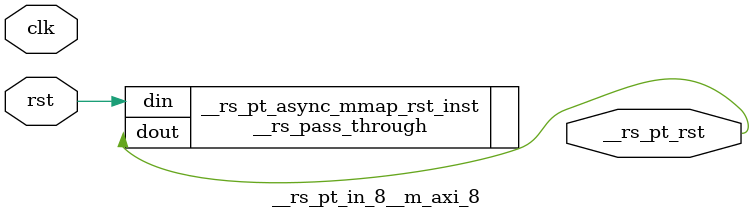
<source format=v>
`timescale 1 ns / 1 ps
/**   Generated by RapidStream   **/
module __rs_pt_in_8__m_axi_8 #(
    parameter BufferSize         = 32,
    parameter BufferSizeLog      = 5,
    parameter AddrWidth          = 64,
    parameter AxiSideAddrWidth   = 64,
    parameter DataWidth          = 512,
    parameter DataWidthBytesLog  = 6,
    parameter WaitTimeWidth      = 4,
    parameter BurstLenWidth      = 8,
    parameter EnableReadChannel  = 1,
    parameter EnableWriteChannel = 1,
    parameter MaxWaitTime        = 3,
    parameter MaxBurstLen        = 15
) (
    output wire __rs_pt_rst,
    input wire  clk,
    input wire  rst
);




__rs_pass_through #(
    .WIDTH (1)
) __rs_pt_async_mmap_rst_inst /**   Generated by RapidStream   **/ (
    .din  (rst),
    .dout (__rs_pt_rst)
);

endmodule  // __rs_pt_in_8__m_axi_8
</source>
